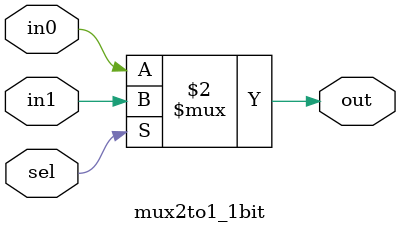
<source format=v>
`timescale 1ns / 1ps

module mux2to1_1bit(out, in0, in1, sel);

   output  out;
   reg     out;
   input   in0, in1;
   input   sel;
   
   always @(in0, in1, sel)
     out = sel ? in1: in0;
endmodule

</source>
